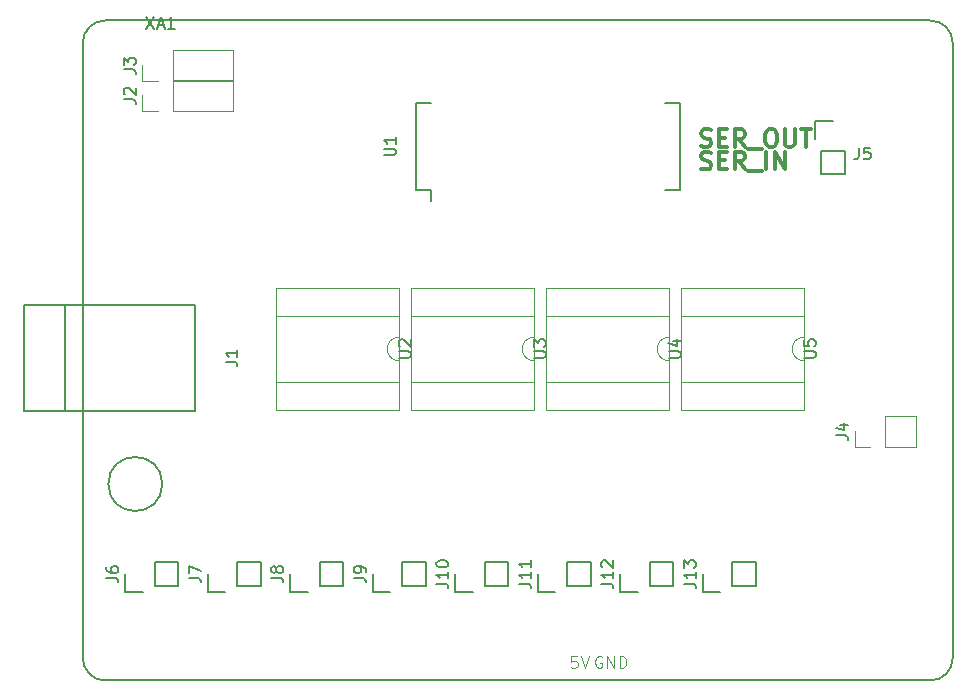
<source format=gbr>
%TF.GenerationSoftware,KiCad,Pcbnew,4.0.7*%
%TF.CreationDate,2018-09-29T23:18:57-06:00*%
%TF.ProjectId,valve_testing,76616C76655F74657374696E672E6B69,rev?*%
%TF.FileFunction,Legend,Top*%
%FSLAX46Y46*%
G04 Gerber Fmt 4.6, Leading zero omitted, Abs format (unit mm)*
G04 Created by KiCad (PCBNEW 4.0.7) date Saturday, September 29, 2018 'PMt' 11:18:57 PM*
%MOMM*%
%LPD*%
G01*
G04 APERTURE LIST*
%ADD10C,0.150000*%
%ADD11C,0.100000*%
%ADD12C,0.300000*%
%ADD13C,0.120000*%
%ADD14C,0.160000*%
G04 APERTURE END LIST*
D10*
D11*
X127762096Y-102116000D02*
X127666858Y-102068381D01*
X127524001Y-102068381D01*
X127381143Y-102116000D01*
X127285905Y-102211238D01*
X127238286Y-102306476D01*
X127190667Y-102496952D01*
X127190667Y-102639810D01*
X127238286Y-102830286D01*
X127285905Y-102925524D01*
X127381143Y-103020762D01*
X127524001Y-103068381D01*
X127619239Y-103068381D01*
X127762096Y-103020762D01*
X127809715Y-102973143D01*
X127809715Y-102639810D01*
X127619239Y-102639810D01*
X128238286Y-103068381D02*
X128238286Y-102068381D01*
X128809715Y-103068381D01*
X128809715Y-102068381D01*
X129285905Y-103068381D02*
X129285905Y-102068381D01*
X129524000Y-102068381D01*
X129666858Y-102116000D01*
X129762096Y-102211238D01*
X129809715Y-102306476D01*
X129857334Y-102496952D01*
X129857334Y-102639810D01*
X129809715Y-102830286D01*
X129762096Y-102925524D01*
X129666858Y-103020762D01*
X129524000Y-103068381D01*
X129285905Y-103068381D01*
X125666524Y-102068381D02*
X125190333Y-102068381D01*
X125142714Y-102544571D01*
X125190333Y-102496952D01*
X125285571Y-102449333D01*
X125523667Y-102449333D01*
X125618905Y-102496952D01*
X125666524Y-102544571D01*
X125714143Y-102639810D01*
X125714143Y-102877905D01*
X125666524Y-102973143D01*
X125618905Y-103020762D01*
X125523667Y-103068381D01*
X125285571Y-103068381D01*
X125190333Y-103020762D01*
X125142714Y-102973143D01*
X125999857Y-102068381D02*
X126333190Y-103068381D01*
X126666524Y-102068381D01*
D10*
X157480000Y-51435000D02*
X157480000Y-50165000D01*
X83820000Y-51435000D02*
X83820000Y-50165000D01*
X83820000Y-100965000D02*
X83820000Y-102235000D01*
X157480000Y-101092000D02*
X157480000Y-102235000D01*
D12*
X136175714Y-58900143D02*
X136390000Y-58971571D01*
X136747143Y-58971571D01*
X136890000Y-58900143D01*
X136961429Y-58828714D01*
X137032857Y-58685857D01*
X137032857Y-58543000D01*
X136961429Y-58400143D01*
X136890000Y-58328714D01*
X136747143Y-58257286D01*
X136461429Y-58185857D01*
X136318571Y-58114429D01*
X136247143Y-58043000D01*
X136175714Y-57900143D01*
X136175714Y-57757286D01*
X136247143Y-57614429D01*
X136318571Y-57543000D01*
X136461429Y-57471571D01*
X136818571Y-57471571D01*
X137032857Y-57543000D01*
X137675714Y-58185857D02*
X138175714Y-58185857D01*
X138390000Y-58971571D02*
X137675714Y-58971571D01*
X137675714Y-57471571D01*
X138390000Y-57471571D01*
X139890000Y-58971571D02*
X139390000Y-58257286D01*
X139032857Y-58971571D02*
X139032857Y-57471571D01*
X139604285Y-57471571D01*
X139747143Y-57543000D01*
X139818571Y-57614429D01*
X139890000Y-57757286D01*
X139890000Y-57971571D01*
X139818571Y-58114429D01*
X139747143Y-58185857D01*
X139604285Y-58257286D01*
X139032857Y-58257286D01*
X140175714Y-59114429D02*
X141318571Y-59114429D01*
X141961428Y-57471571D02*
X142247142Y-57471571D01*
X142390000Y-57543000D01*
X142532857Y-57685857D01*
X142604285Y-57971571D01*
X142604285Y-58471571D01*
X142532857Y-58757286D01*
X142390000Y-58900143D01*
X142247142Y-58971571D01*
X141961428Y-58971571D01*
X141818571Y-58900143D01*
X141675714Y-58757286D01*
X141604285Y-58471571D01*
X141604285Y-57971571D01*
X141675714Y-57685857D01*
X141818571Y-57543000D01*
X141961428Y-57471571D01*
X143247143Y-57471571D02*
X143247143Y-58685857D01*
X143318571Y-58828714D01*
X143390000Y-58900143D01*
X143532857Y-58971571D01*
X143818571Y-58971571D01*
X143961429Y-58900143D01*
X144032857Y-58828714D01*
X144104286Y-58685857D01*
X144104286Y-57471571D01*
X144604286Y-57471571D02*
X145461429Y-57471571D01*
X145032858Y-58971571D02*
X145032858Y-57471571D01*
X136175714Y-60805143D02*
X136390000Y-60876571D01*
X136747143Y-60876571D01*
X136890000Y-60805143D01*
X136961429Y-60733714D01*
X137032857Y-60590857D01*
X137032857Y-60448000D01*
X136961429Y-60305143D01*
X136890000Y-60233714D01*
X136747143Y-60162286D01*
X136461429Y-60090857D01*
X136318571Y-60019429D01*
X136247143Y-59948000D01*
X136175714Y-59805143D01*
X136175714Y-59662286D01*
X136247143Y-59519429D01*
X136318571Y-59448000D01*
X136461429Y-59376571D01*
X136818571Y-59376571D01*
X137032857Y-59448000D01*
X137675714Y-60090857D02*
X138175714Y-60090857D01*
X138390000Y-60876571D02*
X137675714Y-60876571D01*
X137675714Y-59376571D01*
X138390000Y-59376571D01*
X139890000Y-60876571D02*
X139390000Y-60162286D01*
X139032857Y-60876571D02*
X139032857Y-59376571D01*
X139604285Y-59376571D01*
X139747143Y-59448000D01*
X139818571Y-59519429D01*
X139890000Y-59662286D01*
X139890000Y-59876571D01*
X139818571Y-60019429D01*
X139747143Y-60090857D01*
X139604285Y-60162286D01*
X139032857Y-60162286D01*
X140175714Y-61019429D02*
X141318571Y-61019429D01*
X141675714Y-60876571D02*
X141675714Y-59376571D01*
X142390000Y-60876571D02*
X142390000Y-59376571D01*
X143247143Y-60876571D01*
X143247143Y-59376571D01*
D10*
X83820000Y-51435000D02*
X83820000Y-100965000D01*
X157480000Y-51435000D02*
X157480000Y-101092000D01*
X83820000Y-102235000D02*
G75*
G03X85725000Y-104140000I1905000J0D01*
G01*
X85725000Y-48260000D02*
G75*
G03X83820000Y-50165000I0J-1905000D01*
G01*
X157480000Y-50165000D02*
G75*
G03X155575000Y-48260000I-1905000J0D01*
G01*
X155575000Y-104140000D02*
G75*
G03X157480000Y-102235000I0J1905000D01*
G01*
X155575000Y-48260000D02*
X85725000Y-48260000D01*
X85725000Y-104140000D02*
X155575000Y-104140000D01*
X112005000Y-62603000D02*
X113275000Y-62603000D01*
X112005000Y-55253000D02*
X113275000Y-55253000D01*
X134375000Y-55253000D02*
X133105000Y-55253000D01*
X134375000Y-62603000D02*
X133105000Y-62603000D01*
X112005000Y-62603000D02*
X112005000Y-55253000D01*
X134375000Y-62603000D02*
X134375000Y-55253000D01*
X113275000Y-62603000D02*
X113275000Y-63538000D01*
D13*
X110610000Y-75073000D02*
X110610000Y-73303000D01*
X110610000Y-73303000D02*
X100210000Y-73303000D01*
X100210000Y-73303000D02*
X100210000Y-78843000D01*
X100210000Y-78843000D02*
X110610000Y-78843000D01*
X110610000Y-78843000D02*
X110610000Y-77073000D01*
X110610000Y-70873000D02*
X100210000Y-70873000D01*
X100210000Y-70873000D02*
X100210000Y-81273000D01*
X100210000Y-81273000D02*
X110610000Y-81273000D01*
X110610000Y-81273000D02*
X110610000Y-70873000D01*
X110610000Y-77073000D02*
G75*
G02X110610000Y-75073000I0J1000000D01*
G01*
X122040000Y-75073000D02*
X122040000Y-73303000D01*
X122040000Y-73303000D02*
X111640000Y-73303000D01*
X111640000Y-73303000D02*
X111640000Y-78843000D01*
X111640000Y-78843000D02*
X122040000Y-78843000D01*
X122040000Y-78843000D02*
X122040000Y-77073000D01*
X122040000Y-70873000D02*
X111640000Y-70873000D01*
X111640000Y-70873000D02*
X111640000Y-81273000D01*
X111640000Y-81273000D02*
X122040000Y-81273000D01*
X122040000Y-81273000D02*
X122040000Y-70873000D01*
X122040000Y-77073000D02*
G75*
G02X122040000Y-75073000I0J1000000D01*
G01*
X133470000Y-75073000D02*
X133470000Y-73303000D01*
X133470000Y-73303000D02*
X123070000Y-73303000D01*
X123070000Y-73303000D02*
X123070000Y-78843000D01*
X123070000Y-78843000D02*
X133470000Y-78843000D01*
X133470000Y-78843000D02*
X133470000Y-77073000D01*
X133470000Y-70873000D02*
X123070000Y-70873000D01*
X123070000Y-70873000D02*
X123070000Y-81273000D01*
X123070000Y-81273000D02*
X133470000Y-81273000D01*
X133470000Y-81273000D02*
X133470000Y-70873000D01*
X133470000Y-77073000D02*
G75*
G02X133470000Y-75073000I0J1000000D01*
G01*
X144900000Y-75073000D02*
X144900000Y-73303000D01*
X144900000Y-73303000D02*
X134500000Y-73303000D01*
X134500000Y-73303000D02*
X134500000Y-78843000D01*
X134500000Y-78843000D02*
X144900000Y-78843000D01*
X144900000Y-78843000D02*
X144900000Y-77073000D01*
X144900000Y-70873000D02*
X134500000Y-70873000D01*
X134500000Y-70873000D02*
X134500000Y-81273000D01*
X134500000Y-81273000D02*
X144900000Y-81273000D01*
X144900000Y-81273000D02*
X144900000Y-70873000D01*
X144900000Y-77073000D02*
G75*
G02X144900000Y-75073000I0J1000000D01*
G01*
D10*
X90551000Y-87503000D02*
G75*
G03X90551000Y-87503000I-2286000J0D01*
G01*
X138795000Y-96123000D02*
X138795000Y-94123000D01*
X138795000Y-94123000D02*
X140795000Y-94123000D01*
X140795000Y-94123000D02*
X140795000Y-96123000D01*
X140795000Y-96123000D02*
X138795000Y-96123000D01*
X137795000Y-96623000D02*
X136295000Y-96623000D01*
X136295000Y-96623000D02*
X136295000Y-95123000D01*
D13*
X154365000Y-84388000D02*
X154365000Y-81728000D01*
X151765000Y-84388000D02*
X154365000Y-84388000D01*
X151765000Y-81728000D02*
X154365000Y-81728000D01*
X151765000Y-84388000D02*
X151765000Y-81728000D01*
X150495000Y-84388000D02*
X149165000Y-84388000D01*
X149165000Y-84388000D02*
X149165000Y-83058000D01*
D10*
X146320000Y-59293000D02*
X148320000Y-59293000D01*
X148320000Y-59293000D02*
X148320000Y-61293000D01*
X148320000Y-61293000D02*
X146320000Y-61293000D01*
X146320000Y-61293000D02*
X146320000Y-59293000D01*
X145820000Y-58293000D02*
X145820000Y-56793000D01*
X145820000Y-56793000D02*
X147320000Y-56793000D01*
X89900000Y-96123000D02*
X89900000Y-94123000D01*
X89900000Y-94123000D02*
X91900000Y-94123000D01*
X91900000Y-94123000D02*
X91900000Y-96123000D01*
X91900000Y-96123000D02*
X89900000Y-96123000D01*
X88900000Y-96623000D02*
X87400000Y-96623000D01*
X87400000Y-96623000D02*
X87400000Y-95123000D01*
X96885000Y-96123000D02*
X96885000Y-94123000D01*
X96885000Y-94123000D02*
X98885000Y-94123000D01*
X98885000Y-94123000D02*
X98885000Y-96123000D01*
X98885000Y-96123000D02*
X96885000Y-96123000D01*
X95885000Y-96623000D02*
X94385000Y-96623000D01*
X94385000Y-96623000D02*
X94385000Y-95123000D01*
X103870000Y-96123000D02*
X103870000Y-94123000D01*
X103870000Y-94123000D02*
X105870000Y-94123000D01*
X105870000Y-94123000D02*
X105870000Y-96123000D01*
X105870000Y-96123000D02*
X103870000Y-96123000D01*
X102870000Y-96623000D02*
X101370000Y-96623000D01*
X101370000Y-96623000D02*
X101370000Y-95123000D01*
X110855000Y-96123000D02*
X110855000Y-94123000D01*
X110855000Y-94123000D02*
X112855000Y-94123000D01*
X112855000Y-94123000D02*
X112855000Y-96123000D01*
X112855000Y-96123000D02*
X110855000Y-96123000D01*
X109855000Y-96623000D02*
X108355000Y-96623000D01*
X108355000Y-96623000D02*
X108355000Y-95123000D01*
X117840000Y-96123000D02*
X117840000Y-94123000D01*
X117840000Y-94123000D02*
X119840000Y-94123000D01*
X119840000Y-94123000D02*
X119840000Y-96123000D01*
X119840000Y-96123000D02*
X117840000Y-96123000D01*
X116840000Y-96623000D02*
X115340000Y-96623000D01*
X115340000Y-96623000D02*
X115340000Y-95123000D01*
X124825000Y-96123000D02*
X124825000Y-94123000D01*
X124825000Y-94123000D02*
X126825000Y-94123000D01*
X126825000Y-94123000D02*
X126825000Y-96123000D01*
X126825000Y-96123000D02*
X124825000Y-96123000D01*
X123825000Y-96623000D02*
X122325000Y-96623000D01*
X122325000Y-96623000D02*
X122325000Y-95123000D01*
X131810000Y-96123000D02*
X131810000Y-94123000D01*
X131810000Y-94123000D02*
X133810000Y-94123000D01*
X133810000Y-94123000D02*
X133810000Y-96123000D01*
X133810000Y-96123000D02*
X131810000Y-96123000D01*
X130810000Y-96623000D02*
X129310000Y-96623000D01*
X129310000Y-96623000D02*
X129310000Y-95123000D01*
D13*
X96580000Y-55940000D02*
X96580000Y-53280000D01*
X91440000Y-55940000D02*
X96580000Y-55940000D01*
X91440000Y-53280000D02*
X96580000Y-53280000D01*
X91440000Y-55940000D02*
X91440000Y-53280000D01*
X90170000Y-55940000D02*
X88840000Y-55940000D01*
X88840000Y-55940000D02*
X88840000Y-54610000D01*
X96580000Y-53400000D02*
X96580000Y-50740000D01*
X91440000Y-53400000D02*
X96580000Y-53400000D01*
X91440000Y-50740000D02*
X96580000Y-50740000D01*
X91440000Y-53400000D02*
X91440000Y-50740000D01*
X90170000Y-53400000D02*
X88840000Y-53400000D01*
X88840000Y-53400000D02*
X88840000Y-52070000D01*
D10*
X82359500Y-72334120D02*
X82359500Y-81335880D01*
X78859380Y-72334120D02*
X78859380Y-81335880D01*
X78859380Y-81335880D02*
X93360240Y-81335880D01*
X93360240Y-81335880D02*
X93360240Y-72334120D01*
X93360240Y-72334120D02*
X78859380Y-72334120D01*
D14*
X89185905Y-47966381D02*
X89852572Y-48966381D01*
X89852572Y-47966381D02*
X89185905Y-48966381D01*
X90185905Y-48680667D02*
X90662096Y-48680667D01*
X90090667Y-48966381D02*
X90424000Y-47966381D01*
X90757334Y-48966381D01*
X91614477Y-48966381D02*
X91043048Y-48966381D01*
X91328762Y-48966381D02*
X91328762Y-47966381D01*
X91233524Y-48109238D01*
X91138286Y-48204476D01*
X91043048Y-48252095D01*
X109307381Y-59689905D02*
X110116905Y-59689905D01*
X110212143Y-59642286D01*
X110259762Y-59594667D01*
X110307381Y-59499429D01*
X110307381Y-59308952D01*
X110259762Y-59213714D01*
X110212143Y-59166095D01*
X110116905Y-59118476D01*
X109307381Y-59118476D01*
X110307381Y-58118476D02*
X110307381Y-58689905D01*
X110307381Y-58404191D02*
X109307381Y-58404191D01*
X109450238Y-58499429D01*
X109545476Y-58594667D01*
X109593095Y-58689905D01*
X110577381Y-76834905D02*
X111386905Y-76834905D01*
X111482143Y-76787286D01*
X111529762Y-76739667D01*
X111577381Y-76644429D01*
X111577381Y-76453952D01*
X111529762Y-76358714D01*
X111482143Y-76311095D01*
X111386905Y-76263476D01*
X110577381Y-76263476D01*
X110672619Y-75834905D02*
X110625000Y-75787286D01*
X110577381Y-75692048D01*
X110577381Y-75453952D01*
X110625000Y-75358714D01*
X110672619Y-75311095D01*
X110767857Y-75263476D01*
X110863095Y-75263476D01*
X111005952Y-75311095D01*
X111577381Y-75882524D01*
X111577381Y-75263476D01*
X122007381Y-76834905D02*
X122816905Y-76834905D01*
X122912143Y-76787286D01*
X122959762Y-76739667D01*
X123007381Y-76644429D01*
X123007381Y-76453952D01*
X122959762Y-76358714D01*
X122912143Y-76311095D01*
X122816905Y-76263476D01*
X122007381Y-76263476D01*
X122007381Y-75882524D02*
X122007381Y-75263476D01*
X122388333Y-75596810D01*
X122388333Y-75453952D01*
X122435952Y-75358714D01*
X122483571Y-75311095D01*
X122578810Y-75263476D01*
X122816905Y-75263476D01*
X122912143Y-75311095D01*
X122959762Y-75358714D01*
X123007381Y-75453952D01*
X123007381Y-75739667D01*
X122959762Y-75834905D01*
X122912143Y-75882524D01*
X133437381Y-76834905D02*
X134246905Y-76834905D01*
X134342143Y-76787286D01*
X134389762Y-76739667D01*
X134437381Y-76644429D01*
X134437381Y-76453952D01*
X134389762Y-76358714D01*
X134342143Y-76311095D01*
X134246905Y-76263476D01*
X133437381Y-76263476D01*
X133770714Y-75358714D02*
X134437381Y-75358714D01*
X133389762Y-75596810D02*
X134104048Y-75834905D01*
X134104048Y-75215857D01*
X144867381Y-76834905D02*
X145676905Y-76834905D01*
X145772143Y-76787286D01*
X145819762Y-76739667D01*
X145867381Y-76644429D01*
X145867381Y-76453952D01*
X145819762Y-76358714D01*
X145772143Y-76311095D01*
X145676905Y-76263476D01*
X144867381Y-76263476D01*
X144867381Y-75311095D02*
X144867381Y-75787286D01*
X145343571Y-75834905D01*
X145295952Y-75787286D01*
X145248333Y-75692048D01*
X145248333Y-75453952D01*
X145295952Y-75358714D01*
X145343571Y-75311095D01*
X145438810Y-75263476D01*
X145676905Y-75263476D01*
X145772143Y-75311095D01*
X145819762Y-75358714D01*
X145867381Y-75453952D01*
X145867381Y-75692048D01*
X145819762Y-75787286D01*
X145772143Y-75834905D01*
D10*
X134707381Y-95932523D02*
X135421667Y-95932523D01*
X135564524Y-95980143D01*
X135659762Y-96075381D01*
X135707381Y-96218238D01*
X135707381Y-96313476D01*
X135707381Y-94932523D02*
X135707381Y-95503952D01*
X135707381Y-95218238D02*
X134707381Y-95218238D01*
X134850238Y-95313476D01*
X134945476Y-95408714D01*
X134993095Y-95503952D01*
X134707381Y-94599190D02*
X134707381Y-93980142D01*
X135088333Y-94313476D01*
X135088333Y-94170618D01*
X135135952Y-94075380D01*
X135183571Y-94027761D01*
X135278810Y-93980142D01*
X135516905Y-93980142D01*
X135612143Y-94027761D01*
X135659762Y-94075380D01*
X135707381Y-94170618D01*
X135707381Y-94456333D01*
X135659762Y-94551571D01*
X135612143Y-94599190D01*
X147617381Y-83391333D02*
X148331667Y-83391333D01*
X148474524Y-83438953D01*
X148569762Y-83534191D01*
X148617381Y-83677048D01*
X148617381Y-83772286D01*
X147950714Y-82486571D02*
X148617381Y-82486571D01*
X147569762Y-82724667D02*
X148284048Y-82962762D01*
X148284048Y-82343714D01*
X149526667Y-59015381D02*
X149526667Y-59729667D01*
X149479047Y-59872524D01*
X149383809Y-59967762D01*
X149240952Y-60015381D01*
X149145714Y-60015381D01*
X150479048Y-59015381D02*
X150002857Y-59015381D01*
X149955238Y-59491571D01*
X150002857Y-59443952D01*
X150098095Y-59396333D01*
X150336191Y-59396333D01*
X150431429Y-59443952D01*
X150479048Y-59491571D01*
X150526667Y-59586810D01*
X150526667Y-59824905D01*
X150479048Y-59920143D01*
X150431429Y-59967762D01*
X150336191Y-60015381D01*
X150098095Y-60015381D01*
X150002857Y-59967762D01*
X149955238Y-59920143D01*
X85812381Y-95456333D02*
X86526667Y-95456333D01*
X86669524Y-95503953D01*
X86764762Y-95599191D01*
X86812381Y-95742048D01*
X86812381Y-95837286D01*
X85812381Y-94551571D02*
X85812381Y-94742048D01*
X85860000Y-94837286D01*
X85907619Y-94884905D01*
X86050476Y-94980143D01*
X86240952Y-95027762D01*
X86621905Y-95027762D01*
X86717143Y-94980143D01*
X86764762Y-94932524D01*
X86812381Y-94837286D01*
X86812381Y-94646809D01*
X86764762Y-94551571D01*
X86717143Y-94503952D01*
X86621905Y-94456333D01*
X86383810Y-94456333D01*
X86288571Y-94503952D01*
X86240952Y-94551571D01*
X86193333Y-94646809D01*
X86193333Y-94837286D01*
X86240952Y-94932524D01*
X86288571Y-94980143D01*
X86383810Y-95027762D01*
X92797381Y-95456333D02*
X93511667Y-95456333D01*
X93654524Y-95503953D01*
X93749762Y-95599191D01*
X93797381Y-95742048D01*
X93797381Y-95837286D01*
X92797381Y-95075381D02*
X92797381Y-94408714D01*
X93797381Y-94837286D01*
X99782381Y-95456333D02*
X100496667Y-95456333D01*
X100639524Y-95503953D01*
X100734762Y-95599191D01*
X100782381Y-95742048D01*
X100782381Y-95837286D01*
X100210952Y-94837286D02*
X100163333Y-94932524D01*
X100115714Y-94980143D01*
X100020476Y-95027762D01*
X99972857Y-95027762D01*
X99877619Y-94980143D01*
X99830000Y-94932524D01*
X99782381Y-94837286D01*
X99782381Y-94646809D01*
X99830000Y-94551571D01*
X99877619Y-94503952D01*
X99972857Y-94456333D01*
X100020476Y-94456333D01*
X100115714Y-94503952D01*
X100163333Y-94551571D01*
X100210952Y-94646809D01*
X100210952Y-94837286D01*
X100258571Y-94932524D01*
X100306190Y-94980143D01*
X100401429Y-95027762D01*
X100591905Y-95027762D01*
X100687143Y-94980143D01*
X100734762Y-94932524D01*
X100782381Y-94837286D01*
X100782381Y-94646809D01*
X100734762Y-94551571D01*
X100687143Y-94503952D01*
X100591905Y-94456333D01*
X100401429Y-94456333D01*
X100306190Y-94503952D01*
X100258571Y-94551571D01*
X100210952Y-94646809D01*
X106767381Y-95456333D02*
X107481667Y-95456333D01*
X107624524Y-95503953D01*
X107719762Y-95599191D01*
X107767381Y-95742048D01*
X107767381Y-95837286D01*
X107767381Y-94932524D02*
X107767381Y-94742048D01*
X107719762Y-94646809D01*
X107672143Y-94599190D01*
X107529286Y-94503952D01*
X107338810Y-94456333D01*
X106957857Y-94456333D01*
X106862619Y-94503952D01*
X106815000Y-94551571D01*
X106767381Y-94646809D01*
X106767381Y-94837286D01*
X106815000Y-94932524D01*
X106862619Y-94980143D01*
X106957857Y-95027762D01*
X107195952Y-95027762D01*
X107291190Y-94980143D01*
X107338810Y-94932524D01*
X107386429Y-94837286D01*
X107386429Y-94646809D01*
X107338810Y-94551571D01*
X107291190Y-94503952D01*
X107195952Y-94456333D01*
X113752381Y-95932523D02*
X114466667Y-95932523D01*
X114609524Y-95980143D01*
X114704762Y-96075381D01*
X114752381Y-96218238D01*
X114752381Y-96313476D01*
X114752381Y-94932523D02*
X114752381Y-95503952D01*
X114752381Y-95218238D02*
X113752381Y-95218238D01*
X113895238Y-95313476D01*
X113990476Y-95408714D01*
X114038095Y-95503952D01*
X113752381Y-94313476D02*
X113752381Y-94218237D01*
X113800000Y-94122999D01*
X113847619Y-94075380D01*
X113942857Y-94027761D01*
X114133333Y-93980142D01*
X114371429Y-93980142D01*
X114561905Y-94027761D01*
X114657143Y-94075380D01*
X114704762Y-94122999D01*
X114752381Y-94218237D01*
X114752381Y-94313476D01*
X114704762Y-94408714D01*
X114657143Y-94456333D01*
X114561905Y-94503952D01*
X114371429Y-94551571D01*
X114133333Y-94551571D01*
X113942857Y-94503952D01*
X113847619Y-94456333D01*
X113800000Y-94408714D01*
X113752381Y-94313476D01*
X120737381Y-95932523D02*
X121451667Y-95932523D01*
X121594524Y-95980143D01*
X121689762Y-96075381D01*
X121737381Y-96218238D01*
X121737381Y-96313476D01*
X121737381Y-94932523D02*
X121737381Y-95503952D01*
X121737381Y-95218238D02*
X120737381Y-95218238D01*
X120880238Y-95313476D01*
X120975476Y-95408714D01*
X121023095Y-95503952D01*
X121737381Y-93980142D02*
X121737381Y-94551571D01*
X121737381Y-94265857D02*
X120737381Y-94265857D01*
X120880238Y-94361095D01*
X120975476Y-94456333D01*
X121023095Y-94551571D01*
X127722381Y-95932523D02*
X128436667Y-95932523D01*
X128579524Y-95980143D01*
X128674762Y-96075381D01*
X128722381Y-96218238D01*
X128722381Y-96313476D01*
X128722381Y-94932523D02*
X128722381Y-95503952D01*
X128722381Y-95218238D02*
X127722381Y-95218238D01*
X127865238Y-95313476D01*
X127960476Y-95408714D01*
X128008095Y-95503952D01*
X127817619Y-94551571D02*
X127770000Y-94503952D01*
X127722381Y-94408714D01*
X127722381Y-94170618D01*
X127770000Y-94075380D01*
X127817619Y-94027761D01*
X127912857Y-93980142D01*
X128008095Y-93980142D01*
X128150952Y-94027761D01*
X128722381Y-94599190D01*
X128722381Y-93980142D01*
X87292381Y-54943333D02*
X88006667Y-54943333D01*
X88149524Y-54990953D01*
X88244762Y-55086191D01*
X88292381Y-55229048D01*
X88292381Y-55324286D01*
X87387619Y-54514762D02*
X87340000Y-54467143D01*
X87292381Y-54371905D01*
X87292381Y-54133809D01*
X87340000Y-54038571D01*
X87387619Y-53990952D01*
X87482857Y-53943333D01*
X87578095Y-53943333D01*
X87720952Y-53990952D01*
X88292381Y-54562381D01*
X88292381Y-53943333D01*
X87292381Y-52403333D02*
X88006667Y-52403333D01*
X88149524Y-52450953D01*
X88244762Y-52546191D01*
X88292381Y-52689048D01*
X88292381Y-52784286D01*
X87292381Y-52022381D02*
X87292381Y-51403333D01*
X87673333Y-51736667D01*
X87673333Y-51593809D01*
X87720952Y-51498571D01*
X87768571Y-51450952D01*
X87863810Y-51403333D01*
X88101905Y-51403333D01*
X88197143Y-51450952D01*
X88244762Y-51498571D01*
X88292381Y-51593809D01*
X88292381Y-51879524D01*
X88244762Y-51974762D01*
X88197143Y-52022381D01*
X95911421Y-77168333D02*
X96625707Y-77168333D01*
X96768564Y-77215953D01*
X96863802Y-77311191D01*
X96911421Y-77454048D01*
X96911421Y-77549286D01*
X96911421Y-76168333D02*
X96911421Y-76739762D01*
X96911421Y-76454048D02*
X95911421Y-76454048D01*
X96054278Y-76549286D01*
X96149516Y-76644524D01*
X96197135Y-76739762D01*
M02*

</source>
